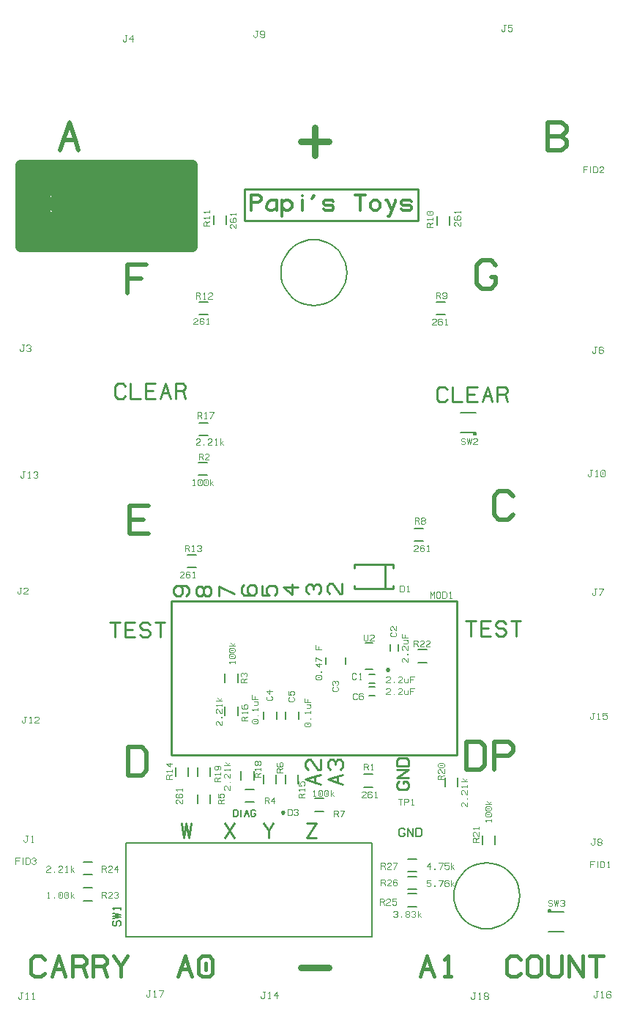
<source format=gto>
%FSTAX24Y24*%
%MOIN*%
%IN SILK1.GBR *%
%ADD10C,0.0046*%
%ADD11C,0.0049*%
%ADD12C,0.0050*%
%ADD13C,0.0051*%
%ADD14C,0.0057*%
%ADD15C,0.0060*%
%ADD16C,0.0063*%
%ADD17C,0.0070*%
%ADD18C,0.0080*%
%ADD19C,0.0090*%
%ADD20C,0.0090*%
%ADD21C,0.0100*%
%ADD22C,0.0112*%
%ADD23C,0.0114*%
%ADD24C,0.0118*%
%ADD25C,0.0157*%
%ADD26C,0.0214*%
%ADD27C,0.0314*%
%ADD28C,0.0440*%
D22*X014901Y022798D02*G01X014788Y02291D01*Y023135D01*X014901Y023248D01*
X015013D01*X015126Y023135D01*X015351Y022798D01*X015463D01*Y023248D01*
X013941Y022775D02*X013828Y022888D01*Y023113D01*X013941Y023225D01*
X014053D01*X014166Y023113D01*X014278Y023225D01*X014391D01*
X014503Y023113D01*Y022888D01*X014391Y022775D01*X014166Y023113D02*
Y023D01*X013464Y023105D02*X01279D01*X013183Y022768D01*Y023218D01*
X011811Y023158D02*Y022708D01*X012148D01*X012036Y02282D01*Y023045D01*
X012148Y023158D01*X012373D01*X012486Y023045D01*Y02282D01*
X012373Y022708D01*X010993Y023188D02*X010881Y023075D01*Y02285D01*
X010993Y022738D01*X011443D01*X011556Y02285D01*Y023075D01*
X011443Y023188D01*X011274D01*X011162Y023075D01*Y02285D01*
X011274Y022738D01*X009868Y022685D02*Y023135D01*X010543Y022798D01*
X009157Y023017D02*X009045Y023129D01*X008932D01*X00882Y023017D01*
Y022792D01*X008932Y022679D01*X009045D01*X009157Y022792D01*Y023017D01*
X00927Y023129D01*X009382D01*X009495Y023017D01*Y022792D01*
X009382Y022679D01*X00927D01*X009157Y022792D01*X008361Y0227D02*
X008473Y022813D01*Y023038D01*X008361Y02315D01*X007911D01*
X007798Y023038D01*Y022813D01*X007911Y0227D01*X00808D01*
X008192Y022813D01*Y023038D01*X00808Y02315D01*X014473Y01412D02*
X013798Y014345D01*X01422Y014486D01*X014473Y01457D01*X01422Y014486D02*
Y014205D01*X013911Y014795D02*X013798Y014908D01*Y015133D01*
X013911Y015245D01*X014023D01*X014136Y015133D01*X014361Y014795D01*
X014473D01*Y015245D01*X015493Y01412D02*X014818Y014345D01*
X01524Y014486D01*X015493Y01457D01*X01524Y014486D02*Y014205D01*
X014931Y014795D02*X014818Y014908D01*Y015133D01*X014931Y015245D01*
X015043D01*X015156Y015133D01*X015268Y015245D01*X015381D01*
X015493Y015133D01*Y014908D01*X015381Y014795D01*X015156Y015133D02*
Y01502D01*D18*X016955Y018716D02*X01668D01*X016955Y01911D02*X01668D01*
X018033Y020476D02*Y0202D01*X017639Y020476D02*Y0202D01*
X015623Y019903D02*Y019588D01*X014723Y019903D02*Y019588D01*
X012473Y017075D02*Y017415D01*X011873Y017075D02*Y017415D01*
X013473Y017075D02*Y017415D01*X012873Y017075D02*Y017415D01*
X016955Y018166D02*X01668D01*X016955Y01856D02*X01668D01*D21*
X01779Y023018D02*X016018D01*Y023168D01*Y02397D02*Y02412D01*X01779D01*
Y02397D01*Y023168D02*Y023068D01*X017418Y02412D02*Y02302D01*
X012711Y012851D02*X012718Y012827D01*X012735Y01281D01*X012759Y012803D01*
X012761D01*X012785Y01281D01*X012803Y012827D01*X012809Y012851D01*
X012803Y012875D01*X012785Y012893D01*X012761Y012899D01*X012759D01*
X012735Y012893D01*X012718Y012875D01*X012711Y012851D01*D19*
X018043Y014248D02*X017953Y014158D01*Y013978D01*X018043Y013888D01*
X018403D01*X018493Y013978D01*Y014158D01*X018403Y014248D01*X018268D01*
Y014158D01*X018493Y014428D02*X017953D01*X018493Y014788D01*X017953D01*
X018043Y015328D02*X017953Y015238D01*Y014968D01*X018493D01*Y015238D01*
X018403Y015328D01*X018043D01*D17*X012673Y037392D02*X012688Y037178D01*
X012734Y036969D01*X012809Y036769D01*X012911Y036581D01*X01304Y036409D01*
X013191Y036258D01*X013362Y03613D01*X01355Y036027D01*X013751Y035952D01*
X01396Y035907D01*X014173Y035892D01*X014387Y035907D01*X014596Y035952D01*
X014796Y036027D01*X014984Y03613D01*X015156Y036258D01*X015307Y036409D01*
X015435Y036581D01*X015538Y036769D01*X015612Y036969D01*
X015658Y037178D01*X015673Y037392D01*X015658Y037605D01*
X015612Y037814D01*X015538Y038015D01*X015435Y038203D01*
X015307Y038374D01*X015156Y038525D01*X014984Y038654D01*
X014796Y038756D01*X014596Y038831D01*X014387Y038876D01*
X014173Y038892D01*X01396Y038876D01*X013751Y038831D01*X01355Y038756D01*
X013362Y038654D01*X013191Y038525D01*X01304Y038374D01*X012911Y038203D01*
X012809Y038015D01*X012734Y037814D01*X012688Y037605D01*
X012673Y037392D01*X020547Y009055D02*X020563Y008842D01*
X020608Y008633D01*X020683Y008432D01*X020785Y008244D01*
X020914Y008073D01*X021065Y007921D01*X021236Y007793D01*
X021424Y007691D01*X021625Y007616D01*X021834Y00757D01*X022047Y007555D01*
X022261Y00757D01*X02247Y007616D01*X02267Y007691D01*X022858Y007793D01*
X02303Y007921D01*X023181Y008073D01*X023309Y008244D01*X023412Y008432D01*
X023486Y008633D01*X023532Y008842D01*X023547Y009055D01*
X023532Y009269D01*X023486Y009478D01*X023412Y009678D01*
X023309Y009866D01*X023181Y010037D01*X02303Y010189D01*X022858Y010317D01*
X02267Y01042D01*X02247Y010494D01*X022261Y01054D01*X022047Y010555D01*
X021834Y01054D01*X021625Y010494D01*X021424Y01042D01*X021236Y010317D01*
X021065Y010189D01*X020914Y010037D01*X020785Y009866D01*
X020683Y009678D01*X020608Y009478D01*X020563Y009269D01*
X020547Y009055D01*D21*X014173Y022445D02*X007673D01*Y015445D01*
X020673D01*Y022445D01*X014173D01*D24*X011316Y040224D02*Y040933D01*
X01167D01*X011788Y040815D01*Y040697D01*X01167Y040578D01*X011316D01*
X012497Y040224D02*Y040697D01*X012024Y040378D02*X012066Y040525D01*
X012131Y040626D01*X012213Y040679D01*X012273Y040697D01*X01232D01*
X012402D01*X012497Y040649D01*X012024Y040372D02*Y040336D01*
X01203Y040313D01*X012048Y040283D01*X012089Y04026D01*X012172Y040224D01*
X012302D01*X012426Y040277D01*X012497Y040342D01*X012733Y040697D02*
Y039958D01*Y040372D02*X012881Y040224D01*X013028D01*X013176Y040372D01*
Y040549D01*X013028Y040697D01*X012881D01*X012733Y040578D01*
X013663Y040682D02*Y040224D01*Y040874D02*Y040888D01*X01415Y040903D02*
X01418Y040874D01*X014091Y040756D01*X01415Y040903D01*X014918Y040224D02*
X014771D01*X014623Y040283D02*X014682Y040224D01*X015007D01*
X015066Y040283D01*Y040401D01*X015007Y04046D01*X014682D01*
X014623Y040519D01*Y040637D01*X014682Y040697D01*X015007D01*
X015066Y040637D01*X016276Y040224D02*Y040933D01*X016513D01*X016276D02*
X01604D01*X016749Y040372D02*Y040549D01*X016897Y040697D01*X017044D01*
X017192Y040549D01*Y040372D01*X017044Y040224D01*X016897D01*
X016749Y040372D01*X017458Y040697D02*X017517D01*X017723Y040224D01*
X0179Y040697D02*Y040637D01*X017605Y039958D01*X017546D01*
X018461Y040224D02*X018314D01*X018166Y040283D02*X018225Y040224D01*
X01855D01*X018609Y040283D01*Y040401D01*X01855Y04046D01*X018225D01*
X018166Y040519D01*Y040637D01*X018225Y040697D01*X01855D01*
X018609Y040637D01*D18*X016453Y013994D02*X016853D01*X016453Y014574D02*
X016853D01*X020369Y039564D02*Y039964D01*X019789Y039564D02*Y039964D01*
X01019Y039577D02*Y039977D01*X00961Y039577D02*Y039977D01*
X00935Y036067D02*X00895D01*X00935Y035487D02*X00895D01*
X008821Y024565D02*X008421D01*X008821Y023985D02*X008421D01*
X007883Y014895D02*Y014495D01*X008463Y014895D02*Y014495D01*
X013463Y014154D02*Y014554D01*X012883Y014154D02*Y014554D01*
X010133Y017645D02*Y017245D01*X010713Y017645D02*Y017245D01*
X00895Y029987D02*X00935D01*X00895Y030567D02*X00935D01*X01086Y014727D02*
Y014327D01*X01144Y014727D02*Y014327D01*X009463Y014495D02*Y014895D01*
X008883Y014495D02*Y014895D01*X009316Y028754D02*X008916D01*
X009316Y028174D02*X008916D01*X020737Y01403D02*Y01443D01*
X020157Y01403D02*Y01443D01*X022423Y011404D02*Y011804D01*
X021843Y011404D02*Y011804D01*X019325Y020247D02*X018925D01*
X019325Y019667D02*X018925D01*X004097Y009408D02*X003697D01*
X004097Y008828D02*X003697D01*X004097Y010589D02*X003697D01*
X004097Y010009D02*X003697D01*X018454Y008568D02*X018854D01*
X018454Y009148D02*X018854D01*X018454Y009356D02*X018854D01*
X018454Y009936D02*X018854D01*Y010723D02*X018454D01*X018854Y010143D02*
X018454D01*X010133Y019145D02*Y018745D01*X010713Y019145D02*Y018745D01*
X011045Y013307D02*X011445D01*X011045Y013887D02*X011445D01*
X009463Y013245D02*Y013645D01*X008883Y013245D02*Y013645D01*
X012463Y014163D02*Y014563D01*X011883Y014163D02*Y014563D01*
X014623Y013485D02*X014223D01*X014623Y012905D02*X014223D01*
X018747Y02519D02*X019147D01*X018747Y02577D02*X019147D01*
X019747Y035487D02*X020147D01*X019747Y036067D02*X020147D01*D17*
X011216Y007189D02*X016826D01*Y011441D01*X005605D01*Y007189D01*
X011216D01*D12*X02157Y031024D02*X02087D01*X02147Y030124D02*Y030024D01*
X02157D01*Y030074D01*X02152D01*Y030024D01*Y030074D02*Y030124D01*
X02157Y030074D02*Y030124D01*X02087D01*X024843Y007427D02*X025543D01*
X024943Y008327D02*Y008427D01*X024843D01*Y008377D01*X024893D01*
Y008427D01*Y008377D02*Y008327D01*X024843Y008377D02*Y008327D01*
X025543D01*D15*X016528Y019346D02*X016843D01*X016528Y020547D02*
X016843D01*D20*X017536Y019296D02*X017561Y019303D01*X017579Y019321D01*
X017586Y019346D01*X017579Y019371D01*X017561Y01939D01*X017536Y019396D01*
X017511Y01939D01*X017493Y019371D01*X017486Y019346D01*X017493Y019321D01*
X017511Y019303D01*X017536Y019296D01*D22*X008143Y012352D02*
X008256Y011677D01*X008368Y012352D01*X008481Y011677D01*
X008593Y012352D01*X010112D02*X010562Y011677D01*X010112D02*
X010562Y012352D01*X011883D02*X012108Y012014D01*Y011677D01*Y012014D02*
X012333Y012352D01*X013852D02*X014302D01*X013852Y011677D01*X014302D01*
D21*X015016Y039744D02*X018916D01*Y041184D01*X011036D01*Y039744D01*
X015016D01*D28*X004724Y038573D02*X008661D01*Y042313D01*
X007087Y040738D01*X002362D01*Y040344D01*X004724D01*X007087D02*
Y040738D01*X004724Y040344D02*X007087D01*X008661Y042313D02*X000787D01*
Y038573D01*X004724D01*Y038967D02*X008268D01*Y041919D01*X001181D01*
Y038967D01*X004724D01*Y03936D02*X007874D01*Y041526D01*X001575D01*
Y03936D01*X004724D01*Y039754D02*X00748D01*Y041132D01*X001969D01*
Y039754D01*X004724D01*X00748Y040148D02*X001969Y039951D01*
X008465Y03877D02*X007087Y039951D01*X000787Y03877D02*X002559Y040148D01*
Y040935D02*X000984Y041919D01*D10*X016104Y019133D02*X016059Y019178D01*
X015967D01*X015922Y019133D01*Y01895D01*X015967Y018904D01*X016059D01*
X016104Y01895D01*X016242Y019133D02*X016287Y019178D01*Y018904D01*
X016333D01*X016287D02*X016242D01*X017469Y018982D02*X017515Y019027D01*
X017606D01*X017652Y018982D01*Y018936D01*X017606Y01889D01*
X017469Y018799D01*Y018753D01*X017652D01*X017812D02*X017835D01*
Y018776D01*X017812D01*Y018753D01*X018018Y018982D02*X018063Y019027D01*
X018155D01*X0182Y018982D01*Y018936D01*X018155Y01889D01*
X018018Y018799D01*Y018753D01*X0182D01*X018463Y018936D02*Y018753D01*
Y018799D02*X018418Y018753D01*X018338D01*X018292Y018799D01*Y018936D01*
X018749Y019027D02*X018566D01*Y01889D01*Y018753D01*Y01889D02*X018703D01*
X017705Y021033D02*X017659Y020988D01*Y020896D01*X017705Y020851D01*
X017888D01*X017933Y020896D01*Y020988D01*X017888Y021033D01*
X017705Y021125D02*X017659Y021171D01*Y021262D01*X017705Y021308D01*
X01775D01*X017796Y021262D01*X017888Y021125D01*X017933D01*Y021308D01*
X018225Y019691D02*X018179Y019736D01*Y019828D01*X018225Y019873D01*
X01827D01*X018316Y019828D01*X018408Y019691D01*X018453D01*Y019873D01*
Y020033D02*Y020056D01*X01843D01*Y020033D01*X018453D01*
X018225Y020239D02*X018179Y020285D01*Y020376D01*X018225Y020422D01*
X01827D01*X018316Y020376D01*X018408Y020239D01*X018453D01*Y020422D01*
X01827Y020685D02*X018453D01*X018408D02*X018453Y020639D01*Y020559D01*
X018408Y020513D01*X01827D01*X018179Y020971D02*Y020788D01*X018316D01*
X018453D01*X018316D02*Y020925D01*X015055Y018548D02*X015009Y018502D01*
Y018411D01*X015055Y018365D01*X015238D01*X015283Y018411D01*Y018502D01*
X015238Y018548D01*X015055Y018639D02*X015009Y018685D01*Y018776D01*
X015055Y018822D01*X0151D01*X015146Y018776D01*X015192Y018822D01*
X015238D01*X015283Y018776D01*Y018685D01*X015238Y018639D01*
X015146Y018776D02*Y018731D01*X014295Y01908D02*X014249Y019035D01*
Y018943D01*X014295Y018897D01*X014478D01*X014523Y018943D01*Y019035D01*
X014478Y01908D01*X014295D01*X01434Y018989D02*X014432D01*
X014523Y01924D02*Y019263D01*X0145D01*Y01924D01*X014523D01*Y019583D02*
X014249D01*X014409Y019446D01*Y019629D01*X014249Y01972D02*Y019903D01*
X014523Y019766D01*X014249Y020452D02*Y020269D01*X014386D01*X014523D01*
X014386D02*Y020406D01*X012055Y018133D02*X012009Y018087D01*Y017996D01*
X012055Y01795D01*X012238D01*X012283Y017996D01*Y018087D01*
X012238Y018133D01*X012283Y018361D02*X012009D01*X012169Y018224D01*
Y018407D01*X011405Y017083D02*X011359Y017037D01*Y016946D01*
X011405Y0169D01*X011588D01*X011633Y016946D01*Y017037D01*
X011588Y017083D01*X011405D01*X01145Y016991D02*X011542D01*
X011633Y017243D02*Y017266D01*X01161D01*Y017243D01*X011633D01*
X011405Y017494D02*X011359Y01754D01*X011633D01*Y017586D01*Y01754D02*
Y017494D01*X01145Y017894D02*X011633D01*X011588D02*X011633Y017849D01*
Y017769D01*X011588Y017723D01*X01145D01*X011359Y01818D02*Y017997D01*
X011496D01*X011633D01*X011496D02*Y018134D01*X013055Y018083D02*
X013009Y018037D01*Y017946D01*X013055Y0179D01*X013238D01*
X013283Y017946D01*Y018037D01*X013238Y018083D01*X013009Y018357D02*
Y018174D01*X013146D01*X0131Y01822D01*Y018311D01*X013146Y018357D01*
X013238D01*X013283Y018311D01*Y01822D01*X013238Y018174D01*
X013801Y016939D02*X013755Y016893D01*Y016802D01*X013801Y016756D01*
X013984D01*X014029Y016802D01*Y016893D01*X013984Y016939D01*X013801D01*
X013846Y016848D02*X013938D01*X014029Y017099D02*Y017122D01*X014006D01*
Y017099D01*X014029D01*X013801Y01735D02*X013755Y017396D01*X014029D01*
Y017442D01*Y017396D02*Y01735D01*X013846Y01775D02*X014029D01*X013984D02*
X014029Y017705D01*Y017625D01*X013984Y017579D01*X013846D01*
X013755Y018036D02*Y017853D01*X013892D01*X014029D01*X013892D02*
Y01799D01*X016144Y018213D02*X016099Y018258D01*X016007D01*
X015962Y018213D01*Y01803D01*X016007Y017984D01*X016099D01*
X016144Y01803D01*X016419Y018213D02*X016373Y018258D01*X016282D01*
X016236Y018213D01*Y01803D01*X016282Y017984D01*X016373D01*
X016419Y01803D01*Y018098D01*X016373Y018144D01*X016282D01*
X016236Y018098D01*X017469Y018442D02*X017515Y018487D01*X017606D01*
X017652Y018442D01*Y018396D01*X017606Y01835D01*X017469Y018259D01*
Y018213D01*X017652D01*X017812D02*X017835D01*Y018236D01*X017812D01*
Y018213D01*X018018Y018442D02*X018063Y018487D01*X018155D01*
X0182Y018442D01*Y018396D01*X018155Y01835D01*X018018Y018259D01*
Y018213D01*X0182D01*X018463Y018396D02*Y018213D01*Y018259D02*
X018418Y018213D01*X018338D01*X018292Y018259D01*Y018396D01*
X018749Y018487D02*X018566D01*Y01835D01*Y018213D01*Y01835D02*X018703D01*
X018285Y023116D02*X018239Y023161D01*X018102D01*Y022887D01*X018239D01*
X018285Y022933D01*Y023116D01*X018422D02*X018468Y023161D01*Y022887D01*
X018513D01*X018468D02*X018422D01*X013173Y012955D02*X013127Y013001D01*
X01299D01*Y012727D01*X013127D01*X013173Y012772D01*Y012955D01*
X013265D02*X01331Y013001D01*X013402D01*X013447Y012955D01*Y01291D01*
X013402Y012864D01*X013447Y012818D01*Y012772D01*X013402Y012727D01*
X01331D01*X013265Y012772D01*X013402Y012864D02*X013356D01*D13*
X010708Y01292D02*X010657Y01297D01*X010505D01*Y012667D01*X010657D01*
X010708Y012717D01*Y01292D01*X01086Y012667D02*Y01297D01*
X011011Y012667D02*X011113Y01297D01*X011176Y012781D01*X011214Y012667D01*
X011176Y012781D02*X011049D01*X011518Y01292D02*X011467Y01297D01*
X011366D01*X011315Y01292D01*Y012717D01*X011366Y012667D01*X011467D01*
X011518Y012717D01*Y012793D01*X011467D01*D10*X026944Y010618D02*
X026762D01*Y010481D01*Y010344D01*Y010481D02*X026899D01*
X027082Y010344D02*Y010618D01*X027402Y010573D02*X027356Y010618D01*
X027219D01*Y010344D01*X027356D01*X027402Y01039D01*Y010573D01*
X027539D02*X027584Y010618D01*Y010344D01*X02763D01*X027584D02*
X027539D01*X026624Y042218D02*X026442D01*Y042081D01*Y041944D01*
Y042081D02*X026579D01*X026762Y041944D02*Y042218D01*X027082Y042173D02*
X027036Y042218D01*X026899D01*Y041944D01*X027036D01*X027082Y04199D01*
Y042173D01*X027173D02*X027219Y042218D01*X02731D01*X027356Y042173D01*
Y042127D01*X02731Y042081D01*X027173Y04199D01*Y041944D01*X027356D01*
X000784Y010778D02*X000602D01*Y010641D01*Y010504D01*Y010641D02*
X000739D01*X000922Y010504D02*Y010778D01*X001242Y010733D02*
X001196Y010778D01*X001059D01*Y010504D01*X001196D01*X001242Y01055D01*
Y010733D01*X001333D02*X001379Y010778D01*X00147D01*X001516Y010733D01*
Y010687D01*X00147Y010641D01*X001516Y010596D01*Y01055D01*
X00147Y010504D01*X001379D01*X001333Y01055D01*X00147Y010641D02*
X001424D01*D11*X000965Y011597D02*Y011549D01*X001013Y0115D01*X001062D01*
X001111Y011549D01*Y011791D01*X001062D01*X001159D01*X001305Y011743D02*
X001353Y011791D01*Y0115D01*X001402D01*X001353D02*X001305D01*D26*
X006571Y015598D02*X006357Y015812D01*X005714D01*Y014527D01*X006357D01*
X006571Y014741D01*Y015598D01*D11*X026655Y028217D02*Y028169D01*
X026703Y02812D01*X026752D01*X026801Y028169D01*Y028411D01*X026752D01*
X026849D01*X026995Y028363D02*X027043Y028411D01*Y02812D01*X027092D01*
X027043D02*X026995D01*X027432Y028363D02*X027383Y028411D01*X027286D01*
X027238Y028363D01*Y028169D01*X027286Y02812D01*X027383D01*
X027432Y028169D01*Y028363D01*X027335Y028314D02*Y028217D01*D23*
X020245Y032089D02*X02013Y032203D01*X019902D01*X019788Y032089D01*
Y031632D01*X019902Y031518D01*X02013D01*X020245Y031632D01*
X020473Y032203D02*Y031518D01*X02093D01*X021616Y032203D02*X021159D01*
Y031861D01*Y031518D01*X021616D01*X021159Y031861D02*X021502D01*
X021845Y031518D02*X022073Y032203D01*X022216Y031775D01*
X022302Y031518D01*X022216Y031775D02*X02193D01*X02253Y031518D02*
Y032203D01*X022873D01*X022988Y032089D01*Y031975D01*X022873Y031861D01*
X022988Y031518D01*X022873Y031861D02*X02253D01*D11*X000723Y004454D02*
Y004405D01*X000772Y004357D01*X00082D01*X000869Y004405D01*Y004648D01*
X00082D01*X000917D01*X001063Y0046D02*X001112Y004648D01*Y004357D01*
X00116D01*X001112D02*X001063D01*X001355Y0046D02*X001403Y004648D01*
Y004357D01*X001452D01*X001403D02*X001355D01*D25*X001927Y006163D02*
X00177Y00632D01*X001455D01*X001298Y006163D01*Y005535D01*
X001455Y005378D01*X00177D01*X001927Y005535D01*X002241Y005378D02*
X002555Y00632D01*X002752Y005731D01*X00287Y005378D01*X002752Y005731D02*
X002359D01*X003184Y005378D02*Y00632D01*X003655D01*X003812Y006163D01*
Y006006D01*X003655Y005849D01*X003812Y005378D01*X003655Y005849D02*
X003184D01*X004127Y005378D02*Y00632D01*X004598D01*X004755Y006163D01*
Y006006D01*X004598Y005849D01*X004755Y005378D01*X004598Y005849D02*
X004127D01*X00507Y00632D02*X005384Y005849D01*Y005378D01*Y005849D02*
X005698Y00632D01*D11*X000885Y017007D02*Y016959D01*X000933Y01691D01*
X000982D01*X001031Y016959D01*Y017201D01*X000982D01*X001079D01*
X001225Y017153D02*X001273Y017201D01*Y01691D01*X001322D01*X001273D02*
X001225D01*X001468Y017153D02*X001516Y017201D01*X001613D01*
X001662Y017153D01*Y017104D01*X001613Y017056D01*X001468Y016959D01*
Y01691D01*X001662D01*D23*X005116Y020818D02*Y021503D01*X005345D01*
X005116D02*X004888D01*X00603D02*X005573D01*Y021161D01*Y020818D01*
X00603D01*X005573Y021161D02*X005916D01*X006716Y021389D02*
X006602Y021503D01*X006373D01*X006259Y021389D01*Y021275D01*
X006373Y021161D01*X006602D01*X006716Y021046D01*Y020932D01*
X006602Y020818D01*X006373D01*X006259Y020932D01*X007173Y020818D02*
Y021503D01*X007402D01*X007173D02*X006945D01*D11*X000825Y028147D02*
Y028099D01*X000873Y02805D01*X000922D01*X000971Y028099D01*Y028341D01*
X000922D01*X001019D01*X001165Y028293D02*X001213Y028341D01*Y02805D01*
X001262D01*X001213D02*X001165D01*X001408Y028293D02*X001456Y028341D01*
X001553D01*X001602Y028293D01*Y028244D01*X001553Y028196D01*
X001602Y028147D01*Y028099D01*X001553Y02805D01*X001456D01*
X001408Y028099D01*X001553Y028196D02*X001505D01*D23*X005595Y032239D02*
X00548Y032353D01*X005252D01*X005138Y032239D01*Y031782D01*
X005252Y031668D01*X00548D01*X005595Y031782D01*X005823Y032353D02*
Y031668D01*X00628D01*X006966Y032353D02*X006509D01*Y032011D01*
Y031668D01*X006966D01*X006509Y032011D02*X006852D01*X007195Y031668D02*
X007423Y032353D01*X007566Y031925D01*X007652Y031668D01*
X007566Y031925D02*X00728D01*X00788Y031668D02*Y032353D01*X008223D01*
X008338Y032239D01*Y032125D01*X008223Y032011D01*X008338Y031668D01*
X008223Y032011D02*X00788D01*D11*X011763Y004484D02*Y004435D01*
X011812Y004387D01*X01186D01*X011909Y004435D01*Y004678D01*X01186D01*
X011957D01*X012103Y00463D02*X012152Y004678D01*Y004387D01*X0122D01*
X012152D02*X012103D01*X012492D02*Y004678D01*X012346Y004508D01*
X01254D01*D27*X01359Y005787D02*X014847D01*D11*X026745Y017177D02*
Y017129D01*X026793Y01708D01*X026842D01*X026891Y017129D01*Y017371D01*
X026842D01*X026939D01*X027085Y017323D02*X027133Y017371D01*Y01708D01*
X027182D01*X027133D02*X027085D01*X027522Y017371D02*X027328D01*
Y017226D01*X027376Y017274D01*X027473D01*X027522Y017226D01*Y017129D01*
X027473Y01708D01*X027376D01*X027328Y017129D01*D23*X021316Y020868D02*
Y021553D01*X021545D01*X021316D02*X021088D01*X02223D02*X021773D01*
Y021211D01*Y020868D01*X02223D01*X021773Y021211D02*X022116D01*
X022916Y021439D02*X022802Y021553D01*X022573D01*X022459Y021439D01*
Y021325D01*X022573Y021211D01*X022802D01*X022916Y021096D01*Y020982D01*
X022802Y020868D01*X022573D01*X022459Y020982D01*X023373Y020868D02*
Y021553D01*X023602D01*X023373D02*X023145D01*D11*X026913Y004514D02*
Y004465D01*X026962Y004417D01*X02701D01*X027059Y004465D01*Y004708D01*
X02701D01*X027107D01*X027253Y00466D02*X027302Y004708D01*Y004417D01*
X02735D01*X027302D02*X027253D01*X02769Y00466D02*X027642Y004708D01*
X027545D01*X027496Y00466D01*Y004465D01*X027545Y004417D01*X027642D01*
X02769Y004465D01*Y004538D01*X027642Y004587D01*X027545D01*
X027496Y004538D01*D25*X02358Y006163D02*X023423Y00632D01*X023109D01*
X022952Y006163D01*Y005535D01*X023109Y005378D01*X023423D01*
X02358Y005535D01*X024523Y006163D02*X024366Y00632D01*X024052D01*
X023894Y006163D01*Y005535D01*X024052Y005378D01*X024366D01*
X024523Y005535D01*Y006163D01*X024837Y00632D02*Y005535D01*
X024994Y005378D01*X025309D01*X025466Y005535D01*Y00632D01*
X02578Y005378D02*Y00632D01*X026409Y005378D01*Y00632D01*
X027037Y005378D02*Y00632D01*X027352D01*X027037D02*X026723D01*D11*
X006543Y004554D02*Y004505D01*X006592Y004457D01*X00664D01*
X006689Y004505D01*Y004748D01*X00664D01*X006737D01*X006883Y0047D02*
X006932Y004748D01*Y004457D01*X00698D01*X006932D02*X006883D01*
X007126Y004748D02*X00732D01*X007175Y004457D01*D25*X007991Y005378D02*
X008305Y00632D01*X008502Y005731D01*X00862Y005378D01*X008502Y005731D02*
X008109D01*X009562Y006163D02*X009405Y00632D01*X009091D01*
X008934Y006163D01*Y005535D01*X009091Y005378D01*X009405D01*
X009562Y005535D01*Y006163D01*X009248Y006006D02*Y005692D01*D11*
X021333Y004454D02*Y004405D01*X021382Y004357D01*X02143D01*
X021479Y004405D01*Y004648D01*X02143D01*X021527D01*X021673Y0046D02*
X021722Y004648D01*Y004357D01*X02177D01*X021722D02*X021673D01*
X022062Y004502D02*X02211Y004551D01*Y0046D01*X022062Y004648D01*
X021965D01*X021916Y0046D01*Y004551D01*X021965Y004502D01*X022062D01*
X02211Y004454D01*Y004405D01*X022062Y004357D01*X021965D01*
X021916Y004405D01*Y004454D01*X021965Y004502D01*D25*X019015Y005378D02*
X019329Y00632D01*X019525Y005731D01*X019643Y005378D01*X019525Y005731D02*
X019132D01*X020115Y006163D02*X020272Y00632D01*Y005378D01*X020429D01*
X020272D02*X020115D01*D11*X000675Y022877D02*Y022829D01*
X000723Y02278D01*X000772D01*X000821Y022829D01*Y023071D01*X000772D01*
X000869D01*X000966Y023023D02*X001015Y023071D01*X001112D01*
X001161Y023023D01*Y022974D01*X001112Y022926D01*X000966Y022829D01*
Y02278D01*X001161D01*D26*X006645Y026803D02*X005788D01*Y026161D01*
Y025518D01*X006645D01*X005788Y026161D02*X00643D01*D11*
X000795Y033917D02*Y033869D01*X000843Y03382D01*X000892D01*
X000941Y033869D01*Y034111D01*X000892D01*X000989D01*X001086Y034063D02*
X001135Y034111D01*X001232D01*X001281Y034063D01*Y034014D01*
X001232Y033966D01*X001281Y033917D01*Y033869D01*X001232Y03382D01*
X001135D01*X001086Y033869D01*X001232Y033966D02*X001183D01*D26*
X006545Y037753D02*X005688D01*Y037111D01*Y036468D01*Y037111D02*
X00633D01*D11*X005475Y047997D02*Y047949D01*X005523Y0479D01*X005572D01*
X005621Y047949D01*Y048191D01*X005572D01*X005669D01*X005912Y0479D02*
Y048191D01*X005766Y048021D01*X005961D01*D26*X002614Y042951D02*
X003042Y044236D01*X00331Y043433D01*X003471Y042951D01*X00331Y043433D02*
X002775D01*D11*X022715Y048467D02*Y048419D01*X022763Y04837D01*
X022812D01*X022861Y048419D01*Y048661D01*X022812D01*X022909D01*
X023201D02*X023006D01*Y048516D01*X023055Y048564D01*X023152D01*
X023201Y048516D01*Y048419D01*X023152Y04837D01*X023055D01*
X023006Y048419D01*D26*X024821Y042951D02*Y044236D01*X025463D01*
X025678Y044022D01*Y043808D01*X025463Y043594D01*X025678Y043379D01*
Y043165D01*X025463Y042951D01*X024821D01*X025463Y043594D02*X024821D01*
D11*X026855Y033827D02*Y033779D01*X026903Y03373D01*X026952D01*
X027001Y033779D01*Y034021D01*X026952D01*X027049D01*X027341Y033973D02*
X027292Y034021D01*X027195D01*X027146Y033973D01*Y033779D01*
X027195Y03373D01*X027292D01*X027341Y033779D01*Y033851D01*
X027292Y0339D01*X027195D01*X027146Y033851D01*D26*X022453Y037733D02*
X022239Y037947D01*X02181D01*X021596Y037733D01*Y036876D01*
X02181Y036662D01*X022239D01*X022453Y036876D01*Y037197D01*X022239D01*
D11*X026855Y022817D02*Y022769D01*X026903Y02272D01*X026952D01*
X027001Y022769D01*Y023011D01*X026952D01*X027049D01*X027146D02*
X027341D01*X027195Y02272D01*D26*X023245Y027239D02*X02303Y027453D01*
X022602D01*X022388Y027239D01*Y026382D01*X022602Y026168D01*X02303D01*
X023245Y026382D01*D11*X026795Y011457D02*Y011409D01*X026843Y01136D01*
X026892D01*X026941Y011409D01*Y011651D01*X026892D01*X026989D01*
X027232Y011506D02*X027281Y011554D01*Y011603D01*X027232Y011651D01*
X027135D01*X027086Y011603D01*Y011554D01*X027135Y011506D01*X027232D01*
X027281Y011457D01*Y011409D01*X027232Y01136D01*X027135D01*
X027086Y011409D01*Y011457D01*X027135Y011506D01*D26*X021971Y015848D02*
X021757Y016062D01*X021114D01*Y014777D01*X021757D01*X021971Y014991D01*
Y015848D01*X0224Y014777D02*Y016062D01*X023042D01*X023257Y015848D01*
Y015634D01*X023042Y01542D01*X0224D01*D11*X011435Y048197D02*Y048149D01*
X011483Y0481D01*X011532D01*X011581Y048149D01*Y048391D01*X011532D01*
X011629D01*X011726Y048149D02*X011775Y0481D01*X011872D01*
X011921Y048149D01*Y048343D01*X011872Y048391D01*X011775D01*
X011726Y048343D01*Y04827D01*X011775Y048221D01*X011872D01*
X011921Y04827D01*D27*X013584Y043347D02*X014842D01*X014213Y043975D02*
Y042718D01*D10*X019479Y022603D02*Y022877D01*X01957Y02274D01*
X019662Y022877D01*Y022603D01*X019936Y022832D02*X01989Y022877D01*
X019799D01*X019753Y022832D01*Y022649D01*X019799Y022603D01*X01989D01*
X019936Y022649D01*Y022832D01*X02021D02*X020165Y022877D01*X020028D01*
Y022603D01*X020165D01*X02021Y022649D01*Y022832D01*X020348D02*
X020393Y022877D01*Y022603D01*X020439D01*X020393D02*X020348D01*
X016458Y014774D02*Y015048D01*X016596D01*X016641Y015002D01*Y014957D01*
X016596Y014911D01*X016641Y014774D01*X016596Y014911D02*X016458D01*
X016778Y015002D02*X016824Y015048D01*Y014774D01*X01687D01*X016824D02*
X016778D01*X016358Y013752D02*X016404Y013798D01*X016496D01*
X016541Y013752D01*Y013707D01*X016496Y013661D01*X016358Y013569D01*
Y013524D01*X016541D01*X016816Y013752D02*X01677Y013798D01*X016678D01*
X016633Y013752D01*Y013569D01*X016678Y013524D01*X01677D01*
X016816Y013569D01*Y013638D01*X01677Y013684D01*X016678D01*
X016633Y013638D01*X016953Y013752D02*X016998Y013798D01*Y013524D01*
X017044D01*X016998D02*X016953D01*X019589Y039469D02*X019314D01*
Y039606D01*X01936Y039652D01*X019406D01*X019452Y039606D01*
X019589Y039652D01*X019452Y039606D02*Y039469D01*X01936Y039789D02*
X019314Y039835D01*X019589D01*Y03988D01*Y039835D02*Y039789D01*
X01936Y0402D02*X019314Y040155D01*Y040063D01*X01936Y040018D01*
X019543D01*X019589Y040063D01*Y040155D01*X019543Y0402D01*X01936D01*
X019406Y040109D02*X019497D01*X02061Y039519D02*X020564Y039565D01*
Y039656D01*X02061Y039702D01*X020656D01*X020702Y039656D01*
X020793Y039519D01*X020839D01*Y039702D01*X02061Y039976D02*
X020564Y03993D01*Y039839D01*X02061Y039793D01*X020793D01*
X020839Y039839D01*Y03993D01*X020793Y039976D01*X020724D01*
X020679Y03993D01*Y039839D01*X020724Y039793D01*X02061Y040113D02*
X020564Y040159D01*X020839D01*Y040205D01*Y040159D02*Y040113D01*
X009434Y039529D02*X009159D01*Y039667D01*X009205Y039712D01*X009251D01*
X009296Y039667D01*X009434Y039712D01*X009296Y039667D02*Y039529D01*
X009205Y039849D02*X009159Y039895D01*X009434D01*Y039941D01*Y039895D02*
Y039849D01*X009205Y040124D02*X009159Y040169D01*X009434D01*Y040215D01*
Y040169D02*Y040124D01*X010405Y039419D02*X010359Y039465D01*Y039557D01*
X010405Y039602D01*X010451D01*X010496Y039557D01*X010588Y039419D01*
X010634D01*Y039602D01*X010405Y039877D02*X010359Y039831D01*Y039739D01*
X010405Y039694D01*X010588D01*X010634Y039739D01*Y039831D01*
X010588Y039877D01*X010519D01*X010474Y039831D01*Y039739D01*
X010519Y039694D01*X010405Y040014D02*X010359Y040059D01*X010634D01*
Y040105D01*Y040059D02*Y040014D01*X008819Y036205D02*Y036479D01*
X008956D01*X009002Y036433D01*Y036388D01*X008956Y036342D01*
X009002Y036205D01*X008956Y036342D02*X008819D01*X009139Y036433D02*
X009185Y036479D01*Y036205D01*X00923D01*X009185D02*X009139D01*
X009368Y036433D02*X009413Y036479D01*X009505D01*X00955Y036433D01*
Y036388D01*X009505Y036342D01*X009368Y036251D01*Y036205D01*X00955D01*
X008699Y035273D02*X008745Y035319D01*X008836D01*X008882Y035273D01*
Y035228D01*X008836Y035182D01*X008699Y035091D01*Y035045D01*X008882D01*
X009156Y035273D02*X00911Y035319D01*X009019D01*X008973Y035273D01*
Y035091D01*X009019Y035045D01*X00911D01*X009156Y035091D01*Y035159D01*
X00911Y035205D01*X009019D01*X008973Y035159D01*X009293Y035273D02*
X009339Y035319D01*Y035045D01*X009385D01*X009339D02*X009293D01*
X008311Y024712D02*Y024987D01*X008448D01*X008494Y024941D01*Y024895D01*
X008448Y02485D01*X008494Y024712D01*X008448Y02485D02*X008311D01*
X008631Y024941D02*X008677Y024987D01*Y024712D01*X008722D01*X008677D02*
X008631D01*X00886Y024941D02*X008905Y024987D01*X008997D01*
X009042Y024941D01*Y024895D01*X008997Y02485D01*X009042Y024804D01*
Y024758D01*X008997Y024712D01*X008905D01*X00886Y024758D01*
X008997Y02485D02*X008951D01*X008076Y023753D02*X008122Y023799D01*
X008214D01*X008259Y023753D01*Y023708D01*X008214Y023662D01*
X008076Y02357D01*Y023525D01*X008259D01*X008534Y023753D02*
X008488Y023799D01*X008396D01*X008351Y023753D01*Y02357D01*
X008396Y023525D01*X008488D01*X008534Y02357D01*Y023639D01*
X008488Y023685D01*X008396D01*X008351Y023639D01*X008671Y023753D02*
X008716Y023799D01*Y023525D01*X008762D01*X008716D02*X008671D01*
X007723Y01437D02*X007449D01*Y014507D01*X007495Y014553D01*X00754D01*
X007586Y014507D01*X007723Y014553D01*X007586Y014507D02*Y01437D01*
X007495Y01469D02*X007449Y014736D01*X007723D01*Y014781D01*Y014736D02*
Y01469D01*Y015056D02*X007449D01*X007609Y014919D01*Y015101D01*
X007945Y013241D02*X007899Y013286D01*Y013378D01*X007945Y013423D01*
X00799D01*X008036Y013378D01*X008128Y013241D01*X008173D01*Y013423D01*
X007945Y013698D02*X007899Y013652D01*Y013561D01*X007945Y013515D01*
X008128D01*X008173Y013561D01*Y013652D01*X008128Y013698D01*X008059D01*
X008013Y013652D01*Y013561D01*X008059Y013515D01*X007945Y013835D02*
X007899Y013881D01*X008173D01*Y013926D01*Y013881D02*Y013835D01*
X013753Y013513D02*X013479D01*Y013651D01*X013525Y013696D01*X01357D01*
X013616Y013651D01*X013753Y013696D01*X013616Y013651D02*Y013513D01*
X013525Y013833D02*X013479Y013879D01*X013753D01*Y013925D01*Y013879D02*
Y013833D01*X013479Y014245D02*Y014062D01*X013616D01*X01357Y014108D01*
Y014199D01*X013616Y014245D01*X013708D01*X013753Y014199D01*Y014108D01*
X013708Y014062D01*X011153Y017023D02*X010879D01*Y017161D01*
X010925Y017206D01*X01097D01*X011016Y017161D01*X011153Y017206D01*
X011016Y017161D02*Y017023D01*X010925Y017343D02*X010879Y017389D01*
X011153D01*Y017435D01*Y017389D02*Y017343D01*X010925Y017755D02*
X010879Y017709D01*Y017618D01*X010925Y017572D01*X011108D01*
X011153Y017618D01*Y017709D01*X011108Y017755D01*X011039D01*
X010993Y017709D01*Y017618D01*X011039Y017572D01*X009755Y016813D02*
X009709Y016859D01*Y016951D01*X009755Y016996D01*X0098D01*
X009846Y016951D01*X009938Y016813D01*X009983D01*Y016996D01*Y017156D02*
Y017179D01*X00996D01*Y017156D01*X009983D01*X009755Y017362D02*
X009709Y017408D01*Y017499D01*X009755Y017545D01*X0098D01*
X009846Y017499D01*X009938Y017362D01*X009983D01*Y017545D01*
X009755Y017682D02*X009709Y017728D01*X009983D01*Y017773D01*Y017728D02*
Y017682D01*X009709Y017933D02*X009983D01*X009915D02*X009778Y018071D01*
X009983D02*X00988Y017968D01*X008875Y030767D02*Y031041D01*X009012D01*
X009058Y030995D01*Y03095D01*X009012Y030904D01*X009058Y030767D01*
X009012Y030904D02*X008875D01*X009195Y030995D02*X00924Y031041D01*
Y030767D01*X009286D01*X00924D02*X009195D01*X009423Y031041D02*
X009606D01*X009469Y030767D01*X008805Y029795D02*X00885Y029841D01*
X008942D01*X008988Y029795D01*Y02975D01*X008942Y029704D01*
X008805Y029612D01*Y029567D01*X008988D01*X009148D02*X00917D01*Y02959D01*
X009148D01*Y029567D01*X009353Y029795D02*X009399Y029841D01*X00949D01*
X009536Y029795D01*Y02975D01*X00949Y029704D01*X009353Y029612D01*
Y029567D01*X009536D01*X009673Y029795D02*X009719Y029841D01*Y029567D01*
X009765D01*X009719D02*X009673D01*X009925Y029841D02*Y029567D01*
Y029635D02*X010062Y029772D01*Y029567D02*X009959Y02967D01*
X011766Y014453D02*X011492D01*Y01459D01*X011538Y014636D01*X011583D01*
X011629Y01459D01*X011766Y014636D01*X011629Y01459D02*Y014453D01*
X011538Y014773D02*X011492Y014818D01*X011766D01*Y014864D01*Y014818D02*
Y014773D01*X011629Y015138D02*X011583Y015184D01*X011538D01*
X011492Y015138D01*Y015047D01*X011538Y015001D01*X011583D01*
X011629Y015047D01*Y015138D01*X011675Y015184D01*X011721D01*
X011766Y015138D01*Y015047D01*X011721Y015001D01*X011675D01*
X011629Y015047D01*X009923Y014241D02*X009649D01*Y014378D01*
X009695Y014423D01*X00974D01*X009786Y014378D01*X009923Y014423D01*
X009786Y014378D02*Y014241D01*X009695Y014561D02*X009649Y014606D01*
X009923D01*Y014652D01*Y014606D02*Y014561D01*X009878Y014789D02*
X009923Y014835D01*Y014926D01*X009878Y014972D01*X009695D01*
X009649Y014926D01*Y014835D01*X009695Y014789D01*X009763D01*
X009809Y014835D01*Y014926D01*X009763Y014972D01*X010138Y013873D02*
X010092Y013918D01*Y01401D01*X010138Y014056D01*X010183D01*
X010229Y01401D01*X010321Y013873D01*X010366D01*Y014056D01*Y014216D02*
Y014238D01*X010343D01*Y014216D01*X010366D01*X010138Y014421D02*
X010092Y014467D01*Y014558D01*X010138Y014604D01*X010183D01*
X010229Y014558D01*X010321Y014421D01*X010366D01*Y014604D01*
X010138Y014741D02*X010092Y014787D01*X010366D01*Y014833D01*Y014787D02*
Y014741D01*X010092Y014993D02*X010366D01*X010298D02*X010161Y01513D01*
X010366D02*X010263Y015027D01*X008939Y028885D02*Y029159D01*X009076D01*
X009122Y029113D01*Y029068D01*X009076Y029022D01*X009122Y028885D01*
X009076Y029022D02*X008939D01*X009213Y029113D02*X009259Y029159D01*
X00935D01*X009396Y029113D01*Y029068D01*X00935Y029022D01*
X009213Y028931D01*Y028885D01*X009396D01*X008665Y027953D02*
X00871Y027999D01*Y027725D01*X008756D01*X00871D02*X008665D01*
X009076Y027953D02*X00903Y027999D01*X008939D01*X008893Y027953D01*
Y027771D01*X008939Y027725D01*X00903D01*X009076Y027771D01*Y027953D01*
X008985Y027908D02*Y027816D01*X00935Y027953D02*X009305Y027999D01*
X009213D01*X009168Y027953D01*Y027771D01*X009213Y027725D01*X009305D01*
X00935Y027771D01*Y027953D01*X009259Y027908D02*Y027816D01*
X009465Y027999D02*Y027725D01*Y027793D02*X009602Y027931D01*Y027725D02*
X009499Y027828D01*X020106Y014353D02*X019832D01*Y01449D01*
X019878Y014536D01*X019923D01*X019969Y01449D01*X020106Y014536D01*
X019969Y01449D02*Y014353D01*X019878Y014627D02*X019832Y014673D01*
Y014764D01*X019878Y01481D01*X019923D01*X019969Y014764D01*
X020061Y014627D01*X020106D01*Y01481D01*X019878Y015084D02*
X019832Y015038D01*Y014947D01*X019878Y014901D01*X020061D01*
X020106Y014947D01*Y015038D01*X020061Y015084D01*X019878D01*
X019923Y014993D02*X020015D01*X020938Y013123D02*X020892Y013168D01*
Y01326D01*X020938Y013306D01*X020983D01*X021029Y01326D01*
X021121Y013123D01*X021166D01*Y013306D01*Y013466D02*Y013488D01*
X021143D01*Y013466D01*X021166D01*X020938Y013671D02*X020892Y013717D01*
Y013808D01*X020938Y013854D01*X020983D01*X021029Y013808D01*
X021121Y013671D01*X021166D01*Y013854D01*X020938Y013991D02*
X020892Y014037D01*X021166D01*Y014083D01*Y014037D02*Y013991D01*
X020892Y014243D02*X021166D01*X021098D02*X020961Y01438D01*X021166D02*
X021063Y014277D01*X0217Y011496D02*X021426D01*Y011633D01*
X021471Y011679D01*X021517D01*X021563Y011633D01*X0217Y011679D01*
X021563Y011633D02*Y011496D01*X021471Y01177D02*X021426Y011816D01*
Y011907D01*X021471Y011953D01*X021517D01*X021563Y011907D01*
X021654Y01177D01*X0217D01*Y011953D01*X021471Y01209D02*
X021426Y012136D01*X0217D01*Y012181D01*Y012136D02*Y01209D01*
X022021Y012431D02*X021976Y012477D01*X02225D01*Y012523D01*Y012477D02*
Y012431D01*X022021Y012843D02*X021976Y012797D01*Y012706D01*
X022021Y01266D01*X022204D01*X02225Y012706D01*Y012797D01*
X022204Y012843D01*X022021D01*X022067Y012751D02*X022159D01*
X022021Y013117D02*X021976Y013071D01*Y01298D01*X022021Y012934D01*
X022204D01*X02225Y01298D01*Y013071D01*X022204Y013117D01*X022021D01*
X022067Y013026D02*X022159D01*X021976Y013231D02*X02225D01*X022181D02*
X022044Y013369D01*X02225D02*X022147Y013266D01*X01873Y020397D02*
Y020671D01*X018867D01*X018913Y020625D01*Y02058D01*X018867Y020534D01*
X018913Y020397D01*X018867Y020534D02*X01873D01*X019005Y020625D02*
X01905Y020671D01*X019142D01*X019187Y020625D01*Y02058D01*
X019142Y020534D01*X019005Y020442D01*Y020397D01*X019187D01*
X019279Y020625D02*X019325Y020671D01*X019416D01*X019462Y020625D01*
Y02058D01*X019416Y020534D01*X019279Y020442D01*Y020397D01*X019462D01*
X004533Y008958D02*Y009232D01*X00467D01*X004716Y009186D01*Y009141D01*
X00467Y009095D01*X004716Y008958D01*X00467Y009095D02*X004533D01*
X004807Y009186D02*X004853Y009232D01*X004945D01*X00499Y009186D01*
Y009141D01*X004945Y009095D01*X004807Y009003D01*Y008958D01*X00499D01*
X005082Y009186D02*X005127Y009232D01*X005219D01*X005265Y009186D01*
Y009141D01*X005219Y009095D01*X005265Y009049D01*Y009003D01*
X005219Y008958D01*X005127D01*X005082Y009003D01*X005219Y009095D02*
X005173D01*X002044Y009186D02*X00209Y009232D01*Y008958D01*X002135D01*
X00209D02*X002044D01*X002341D02*X002364D01*Y008981D01*X002341D01*
Y008958D01*X00273Y009186D02*X002684Y009232D01*X002593D01*
X002547Y009186D01*Y009003D01*X002593Y008958D01*X002684D01*
X00273Y009003D01*Y009186D01*X002638Y009141D02*Y009049D01*
X003004Y009186D02*X002958Y009232D01*X002867D01*X002821Y009186D01*
Y009003D01*X002867Y008958D01*X002958D01*X003004Y009003D01*Y009186D01*
X002913Y009141D02*Y009049D01*X003118Y009232D02*Y008958D01*Y009026D02*
X003255Y009163D01*Y008958D02*X003153Y009061D01*X004533Y010139D02*
Y010413D01*X00467D01*X004716Y010367D01*Y010322D01*X00467Y010276D01*
X004716Y010139D01*X00467Y010276D02*X004533D01*X004807Y010367D02*
X004853Y010413D01*X004945D01*X00499Y010367D01*Y010322D01*
X004945Y010276D01*X004807Y010185D01*Y010139D01*X00499D01*X005219D02*
Y010413D01*X005082Y010253D01*X005265D01*X001998Y010367D02*
X002044Y010413D01*X002135D01*X002181Y010367D01*Y010322D01*
X002135Y010276D01*X001998Y010185D01*Y010139D01*X002181D01*X002341D02*
X002364D01*Y010162D01*X002341D01*Y010139D01*X002547Y010367D02*
X002593Y010413D01*X002684D01*X00273Y010367D01*Y010322D01*
X002684Y010276D01*X002547Y010185D01*Y010139D01*X00273D01*
X002867Y010367D02*X002913Y010413D01*Y010139D01*X002958D01*X002913D02*
X002867D01*X003118Y010413D02*Y010139D01*Y010207D02*X003255Y010345D01*
Y010139D02*X003153Y010242D01*X017195Y008637D02*Y008911D01*X017332D01*
X017378Y008865D01*Y00882D01*X017332Y008774D01*X017378Y008637D01*
X017332Y008774D02*X017195D01*X01747Y008865D02*X017515Y008911D01*
X017607D01*X017652Y008865D01*Y00882D01*X017607Y008774D01*
X01747Y008683D01*Y008637D01*X017652D01*X017927Y008911D02*X017744D01*
Y008774D01*X01779Y00882D01*X017881D01*X017927Y008774D01*Y008683D01*
X017881Y008637D01*X01779D01*X017744Y008683D01*X017796Y008319D02*
X017841Y008364D01*X017933D01*X017979Y008319D01*Y008273D01*
X017933Y008227D01*X017979Y008181D01*Y008136D01*X017933Y00809D01*
X017841D01*X017796Y008136D01*X017933Y008227D02*X017887D01*
X018139Y00809D02*X018161D01*Y008113D01*X018139D01*Y00809D01*
X018481Y008227D02*X018527Y008273D01*Y008319D01*X018481Y008364D01*
X01839D01*X018344Y008319D01*Y008273D01*X01839Y008227D01*X018481D01*
X018527Y008181D01*Y008136D01*X018481Y00809D01*X01839D01*
X018344Y008136D01*Y008181D01*X01839Y008227D01*X018619Y008319D02*
X018664Y008364D01*X018756D01*X018801Y008319D01*Y008273D01*
X018756Y008227D01*X018801Y008181D01*Y008136D01*X018756Y00809D01*
X018664D01*X018619Y008136D01*X018756Y008227D02*X01871D01*
X018916Y008364D02*Y00809D01*Y008159D02*X019053Y008296D01*Y00809D02*
X01895Y008193D01*X017235Y009523D02*Y009797D01*X017372D01*
X017418Y009751D01*Y009705D01*X017372Y00966D01*X017418Y009523D01*
X017372Y00966D02*X017235D01*X017509Y009751D02*X017555Y009797D01*
X017646D01*X017692Y009751D01*Y009705D01*X017646Y00966D01*
X017509Y009568D01*Y009523D01*X017692D01*X017966Y009751D02*
X017921Y009797D01*X017829D01*X017784Y009751D01*Y009568D01*
X017829Y009523D01*X017921D01*X017966Y009568D01*Y009637D01*
X017921Y009683D01*X017829D01*X017784Y009637D01*X019497Y00976D02*
X019314D01*Y009623D01*X01936Y009669D01*X019451D01*X019497Y009623D01*
Y009531D01*X019451Y009486D01*X01936D01*X019314Y009531D01*
X019657Y009486D02*X01968D01*Y009509D01*X019657D01*Y009486D01*
X019863Y00976D02*X020045D01*X019908Y009486D01*X02032Y009714D02*
X020274Y00976D01*X020183D01*X020137Y009714D01*Y009531D01*
X020183Y009486D01*X020274D01*X02032Y009531D01*Y0096D01*
X020274Y009646D01*X020183D01*X020137Y0096D01*X020434Y00976D02*
Y009486D01*Y009554D02*X020571Y009691D01*Y009486D02*X020468Y009589D01*
X017235Y010273D02*Y010547D01*X017372D01*X017418Y010502D01*Y010456D01*
X017372Y01041D01*X017418Y010273D01*X017372Y01041D02*X017235D01*
X017509Y010502D02*X017555Y010547D01*X017646D01*X017692Y010502D01*
Y010456D01*X017646Y01041D01*X017509Y010319D01*Y010273D01*X017692D01*
X017784Y010547D02*X017966D01*X017829Y010273D01*X019451D02*Y010547D01*
X019314Y010387D01*X019497D01*X019657Y010273D02*X01968D01*Y010296D01*
X019657D01*Y010273D01*X019863Y010547D02*X020045D01*X019908Y010273D01*
X02032Y010547D02*X020137D01*Y01041D01*X020183Y010456D01*X020274D01*
X02032Y01041D01*Y010319D01*X020274Y010273D01*X020183D01*
X020137Y010319D01*X020434Y010547D02*Y010273D01*Y010342D02*
X020571Y010479D01*Y010273D02*X020468Y010376D01*X011123Y018743D02*
X010849D01*Y018881D01*X010895Y018926D01*X01094D01*X010986Y018881D01*
X011123Y018926D01*X010986Y018881D02*Y018743D01*X010895Y019018D02*
X010849Y019063D01*Y019155D01*X010895Y019201D01*X01094D01*
X010986Y019155D01*X011032Y019201D01*X011078D01*X011123Y019155D01*
Y019063D01*X011078Y019018D01*X010986Y019155D02*Y019109D01*
X010355Y019629D02*X010309Y019675D01*X010583D01*Y019721D01*Y019675D02*
Y019629D01*X010355Y020041D02*X010309Y019995D01*Y019903D01*
X010355Y019858D01*X010538D01*X010583Y019903D01*Y019995D01*
X010538Y020041D01*X010355D01*X0104Y019949D02*X010492D01*
X010355Y020315D02*X010309Y020269D01*Y020178D01*X010355Y020132D01*
X010538D01*X010583Y020178D01*Y020269D01*X010538Y020315D01*X010355D01*
X0104Y020223D02*X010492D01*X010309Y020429D02*X010583D01*X010515D02*
X010378Y020566D01*X010583D02*X01048Y020463D01*X01194Y013257D02*
Y013531D01*X012077D01*X012123Y013485D01*Y01344D01*X012077Y013394D01*
X012123Y013257D01*X012077Y013394D02*X01194D01*X012352Y013257D02*
Y013531D01*X012215Y013371D01*X012397D01*X010083Y013241D02*X009809D01*
Y013378D01*X009855Y013423D01*X0099D01*X009946Y013378D01*
X010083Y013423D01*X009946Y013378D02*Y013241D01*X009809Y013698D02*
Y013515D01*X009946D01*X0099Y013561D01*Y013652D01*X009946Y013698D01*
X010038D01*X010083Y013652D01*Y013561D01*X010038Y013515D01*
X012766Y014663D02*X012492D01*Y0148D01*X012538Y014846D01*X012583D01*
X012629Y0148D01*X012766Y014846D01*X012629Y0148D02*Y014663D01*
X012538Y01512D02*X012492Y015074D01*Y014983D01*X012538Y014937D01*
X012721D01*X012766Y014983D01*Y015074D01*X012721Y01512D01*X012652D01*
X012606Y015074D01*Y014983D01*X012652Y014937D01*X0151Y012657D02*
Y012931D01*X015237D01*X015283Y012885D01*Y01284D01*X015237Y012794D01*
X015283Y012657D01*X015237Y012794D02*X0151D01*X015375Y012931D02*
X015557D01*X01542Y012657D01*X014148Y013806D02*X014193Y013851D01*
Y013577D01*X014239D01*X014193D02*X014148D01*X014559Y013806D02*
X014513Y013851D01*X014422D01*X014376Y013806D01*Y013623D01*
X014422Y013577D01*X014513D01*X014559Y013623D01*Y013806D01*
X014468Y01376D02*Y013668D01*X014833Y013806D02*X014788Y013851D01*
X014696D01*X014651Y013806D01*Y013623D01*X014696Y013577D01*X014788D01*
X014833Y013623D01*Y013806D01*X014742Y01376D02*Y013668D01*
X014948Y013851D02*Y013577D01*Y013646D02*X015085Y013783D01*Y013577D02*
X014982Y01368D01*X018783Y02597D02*Y026244D01*X01892D01*
X018966Y026198D01*Y026152D01*X01892Y026107D01*X018966Y02597D01*
X01892Y026107D02*X018783D01*X019195D02*X01924Y026152D01*Y026198D01*
X019195Y026244D01*X019103D01*X019057Y026198D01*Y026152D01*
X019103Y026107D01*X019195D01*X01924Y026061D01*Y026015D01*
X019195Y02597D01*X019103D01*X019057Y026015D01*Y026061D01*
X019103Y026107D01*X018733Y024948D02*X018779Y024994D01*X01887D01*
X018916Y024948D01*Y024902D01*X01887Y024857D01*X018733Y024765D01*
Y02472D01*X018916D01*X01919Y024948D02*X019145Y024994D01*X019053D01*
X019007Y024948D01*Y024765D01*X019053Y02472D01*X019145D01*
X01919Y024765D01*Y024834D01*X019145Y02488D01*X019053D01*
X019007Y024834D01*X019327Y024948D02*X019373Y024994D01*Y02472D01*
X019419D01*X019373D02*X019327D01*X019752Y036217D02*Y036491D01*
X019889D01*X019935Y036445D01*Y0364D01*X019889Y036354D01*
X019935Y036217D01*X019889Y036354D02*X019752D01*X020026Y036262D02*
X020072Y036217D01*X020163D01*X020209Y036262D01*Y036445D01*
X020163Y036491D01*X020072D01*X020026Y036445D01*Y036377D01*
X020072Y036331D01*X020163D01*X020209Y036377D01*X019562Y035245D02*
X019608Y035291D01*X019699D01*X019745Y035245D01*Y0352D01*
X019699Y035154D01*X019562Y035062D01*Y035017D01*X019745D01*
X020019Y035245D02*X019973Y035291D01*X019882D01*X019836Y035245D01*
Y035062D01*X019882Y035017D01*X019973D01*X020019Y035062D01*Y035131D01*
X019973Y035177D01*X019882D01*X019836Y035131D01*X020156Y035245D02*
X020202Y035291D01*Y035017D01*X020248D01*X020202D02*X020156D01*D14*
X005088Y007911D02*X00503Y007853D01*Y007739D01*X005088Y007682D01*
X005145D01*X005202Y007739D01*Y007853D01*X005259Y007911D01*X005316D01*
X005373Y007853D01*Y007739D01*X005316Y007682D01*X00503Y008025D02*
X005373Y008082D01*X00503Y008139D01*X005373Y008196D01*X00503Y008253D01*
X005088Y008425D02*X00503Y008482D01*X005373D01*Y008539D01*Y008482D02*
Y008425D01*D10*X021064Y029813D02*X021019Y029858D01*X020927D01*
X020882Y029813D01*Y029767D01*X020927Y029721D01*X021019D01*
X021064Y029676D01*Y02963D01*X021019Y029584D01*X020927D01*
X020882Y02963D01*X021156Y029858D02*X021202Y029584D01*X021247Y029858D01*
X021293Y029584D01*X021339Y029858D01*X02143Y029813D02*X021476Y029858D01*
X021567D01*X021613Y029813D01*Y029767D01*X021567Y029721D01*
X02143Y02963D01*Y029584D01*X021613D01*X025024Y008813D02*
X024979Y008858D01*X024887D01*X024842Y008813D01*Y008767D01*
X024887Y008721D01*X024979D01*X025024Y008676D01*Y00863D01*
X024979Y008584D01*X024887D01*X024842Y00863D01*X025116Y008858D02*
X025162Y008584D01*X025207Y008858D01*X025253Y008584D01*
X025299Y008858D01*X02539Y008813D02*X025436Y008858D01*X025527D01*
X025573Y008813D01*Y008767D01*X025527Y008721D01*X025573Y008676D01*
Y00863D01*X025527Y008584D01*X025436D01*X02539Y00863D01*
X025527Y008721D02*X025482D01*X01811Y013185D02*Y013459D01*X018202D01*
X01811D02*X018019D01*X018293Y013185D02*Y013459D01*X01843D01*
X018476Y013413D01*Y013368D01*X01843Y013322D01*X018293D01*
X018613Y013413D02*X018659Y013459D01*Y013185D01*X018705D01*X018659D02*
X018613D01*D16*X018318Y012059D02*X018255Y012122D01*X018129D01*
X018066Y012059D01*Y011808D01*X018129Y011745D01*X018255D01*
X018318Y011808D01*Y011902D01*X018255D01*X018443Y011745D02*Y012122D01*
X018695Y011745D01*Y012122D01*X019072Y012059D02*X019009Y012122D01*
X01882D01*Y011745D01*X019009D01*X019072Y011808D01*Y012059D01*D10*
X016449Y020927D02*Y020699D01*X016495Y020653D01*X016586D01*
X016632Y020699D01*Y020927D01*X016723Y020882D02*X016769Y020927D01*
X01686D01*X016906Y020882D01*Y020836D01*X01686Y02079D01*
X016723Y020699D01*Y020653D01*X016906D01*
M02*
</source>
